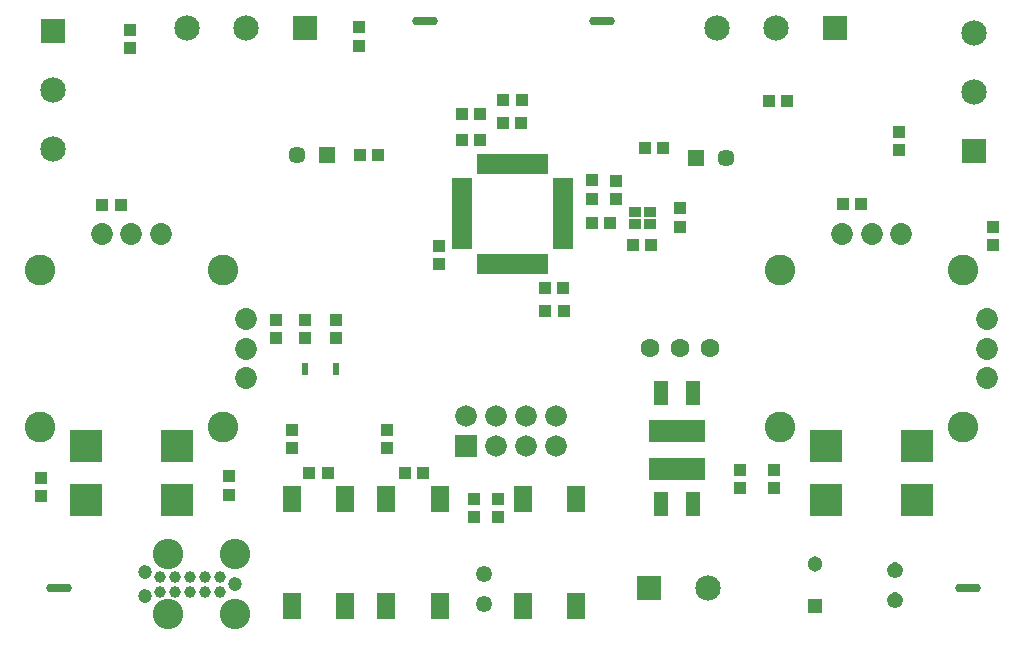
<source format=gts>
G04*
G04 #@! TF.GenerationSoftware,Altium Limited,Altium Designer,24.2.2 (26)*
G04*
G04 Layer_Color=8388736*
%FSLAX25Y25*%
%MOIN*%
G70*
G04*
G04 #@! TF.SameCoordinates,AF2FB041-FD52-4B01-B4D8-7A83CE53158D*
G04*
G04*
G04 #@! TF.FilePolarity,Negative*
G04*
G01*
G75*
%ADD27C,0.02700*%
%ADD28R,0.06607X0.01981*%
%ADD29R,0.01981X0.06607*%
%ADD30R,0.03898X0.04202*%
%ADD31R,0.04202X0.03898*%
%ADD32R,0.03950X0.03556*%
%ADD33R,0.06312X0.09068*%
%ADD34R,0.02375X0.01883*%
%ADD35C,0.03900*%
%ADD36R,0.05131X0.07965*%
%ADD37R,0.18517X0.07690*%
%ADD38R,0.07200X0.07200*%
%ADD39C,0.07200*%
%ADD40C,0.10249*%
%ADD41R,0.10721X0.10721*%
%ADD42C,0.07296*%
%ADD43C,0.04700*%
%ADD44C,0.10150*%
%ADD45C,0.06312*%
%ADD46C,0.05131*%
%ADD47R,0.05131X0.05131*%
%ADD48C,0.08477*%
%ADD49R,0.08477X0.08477*%
%ADD50O,0.08595X0.02887*%
%ADD51R,0.08477X0.08477*%
%ADD52C,0.05709*%
%ADD53R,0.05709X0.05709*%
D27*
X516311Y165197D02*
X515915Y166151D01*
X514961Y166547D01*
X514006Y166151D01*
X513611Y165197D01*
X514006Y164242D01*
X514961Y163847D01*
X515915Y164242D01*
X516311Y165197D01*
Y175197D02*
X515915Y176151D01*
X514961Y176547D01*
X514006Y176151D01*
X513611Y175197D01*
X514006Y174242D01*
X514961Y173847D01*
X515915Y174242D01*
X516311Y175197D01*
X379303Y164016D02*
X378907Y164970D01*
X377953Y165366D01*
X376998Y164970D01*
X376603Y164016D01*
X376998Y163061D01*
X377953Y162666D01*
X378907Y163061D01*
X379303Y164016D01*
Y174016D02*
X378907Y174970D01*
X377953Y175366D01*
X376998Y174970D01*
X376603Y174016D01*
X376998Y173061D01*
X377953Y172666D01*
X378907Y173061D01*
X379303Y174016D01*
D28*
X404189Y283280D02*
D03*
Y285248D02*
D03*
Y287217D02*
D03*
Y289185D02*
D03*
Y291154D02*
D03*
Y293122D02*
D03*
Y295091D02*
D03*
Y297059D02*
D03*
Y299028D02*
D03*
Y300996D02*
D03*
Y302965D02*
D03*
Y304933D02*
D03*
X370819D02*
D03*
Y302965D02*
D03*
Y300996D02*
D03*
Y299028D02*
D03*
Y297059D02*
D03*
Y295091D02*
D03*
Y293122D02*
D03*
Y291154D02*
D03*
Y289185D02*
D03*
Y287217D02*
D03*
Y285248D02*
D03*
Y283280D02*
D03*
D29*
X398331Y310792D02*
D03*
X396362D02*
D03*
X394394D02*
D03*
X392425D02*
D03*
X390457D02*
D03*
X388488D02*
D03*
X386520D02*
D03*
X384551D02*
D03*
X382583D02*
D03*
X380614D02*
D03*
X378646D02*
D03*
X376677D02*
D03*
Y277422D02*
D03*
X378646D02*
D03*
X380614D02*
D03*
X382583D02*
D03*
X384551D02*
D03*
X386520D02*
D03*
X388488D02*
D03*
X390457D02*
D03*
X392425D02*
D03*
X394394D02*
D03*
X396362D02*
D03*
X398331D02*
D03*
D30*
X384362Y324409D02*
D03*
X390464D02*
D03*
X390551Y331890D02*
D03*
X384449D02*
D03*
X404524Y261500D02*
D03*
X398422D02*
D03*
X376690Y327321D02*
D03*
X370588D02*
D03*
X376636Y318690D02*
D03*
X370533D02*
D03*
X398390Y269402D02*
D03*
X404492D02*
D03*
X433811Y283730D02*
D03*
X427709D02*
D03*
X413908Y290930D02*
D03*
X420011D02*
D03*
X351546Y207530D02*
D03*
X357649D02*
D03*
X319804Y207776D02*
D03*
X325906D02*
D03*
X342763Y313774D02*
D03*
X336660D02*
D03*
X250787Y296850D02*
D03*
X256890D02*
D03*
X497507Y297350D02*
D03*
X503609D02*
D03*
X479160Y331773D02*
D03*
X473058D02*
D03*
X431595Y316142D02*
D03*
X437697D02*
D03*
D31*
X374511Y193030D02*
D03*
Y199132D02*
D03*
X382558D02*
D03*
Y193030D02*
D03*
X422078Y298968D02*
D03*
Y305071D02*
D03*
X414072Y299098D02*
D03*
Y305200D02*
D03*
X362968Y283372D02*
D03*
Y277270D02*
D03*
X443456Y295826D02*
D03*
Y289723D02*
D03*
X314030Y222114D02*
D03*
Y216012D02*
D03*
X345526Y222114D02*
D03*
Y216012D02*
D03*
X318484Y258634D02*
D03*
Y252532D02*
D03*
X328813Y258634D02*
D03*
Y252532D02*
D03*
X292912Y200402D02*
D03*
Y206504D02*
D03*
X230266Y206154D02*
D03*
Y200051D02*
D03*
X308801Y258634D02*
D03*
Y252532D02*
D03*
X547611Y283561D02*
D03*
Y289663D02*
D03*
X463234Y202493D02*
D03*
Y208595D02*
D03*
X474696D02*
D03*
Y202493D02*
D03*
X516180Y315235D02*
D03*
Y321338D02*
D03*
X259842Y355413D02*
D03*
Y349311D02*
D03*
X336221Y356201D02*
D03*
Y350098D02*
D03*
D32*
X433319Y294743D02*
D03*
X428201D02*
D03*
Y290806D02*
D03*
X433319D02*
D03*
D33*
X363189Y199016D02*
D03*
Y163189D02*
D03*
X345472Y199016D02*
D03*
Y163189D02*
D03*
X408715Y199016D02*
D03*
Y163189D02*
D03*
X390998Y199016D02*
D03*
Y163189D02*
D03*
X331693Y199016D02*
D03*
Y163189D02*
D03*
X313976Y199016D02*
D03*
Y163189D02*
D03*
D34*
X328761Y243347D02*
D03*
Y241276D02*
D03*
X318484Y243313D02*
D03*
Y241242D02*
D03*
D35*
X290046Y173020D02*
D03*
X285046D02*
D03*
X280046D02*
D03*
X275046D02*
D03*
X270046D02*
D03*
Y168020D02*
D03*
X275046D02*
D03*
X280046D02*
D03*
X285046D02*
D03*
X290046D02*
D03*
D36*
X447587Y197175D02*
D03*
X436878D02*
D03*
X436915Y234330D02*
D03*
X447624D02*
D03*
D37*
X442176Y221684D02*
D03*
Y208889D02*
D03*
D38*
X372034Y216535D02*
D03*
D39*
X382034D02*
D03*
X392034D02*
D03*
X402034D02*
D03*
X382034Y226535D02*
D03*
X392034D02*
D03*
X402034D02*
D03*
X372034D02*
D03*
D40*
X290945Y222835D02*
D03*
X229921D02*
D03*
Y275197D02*
D03*
X290945D02*
D03*
X537795Y222835D02*
D03*
X476772D02*
D03*
Y275197D02*
D03*
X537795D02*
D03*
D41*
X275590Y198819D02*
D03*
Y216535D02*
D03*
X245276Y198819D02*
D03*
Y216535D02*
D03*
X522441Y198819D02*
D03*
Y216535D02*
D03*
X492126Y198819D02*
D03*
Y216535D02*
D03*
D42*
X250590Y287402D02*
D03*
X260433D02*
D03*
X270276D02*
D03*
X298819Y258858D02*
D03*
Y249016D02*
D03*
Y239173D02*
D03*
X497441Y287402D02*
D03*
X507283D02*
D03*
X517126D02*
D03*
X545669Y258858D02*
D03*
Y249016D02*
D03*
Y239173D02*
D03*
D43*
X295046Y170520D02*
D03*
X265046Y166524D02*
D03*
Y174516D02*
D03*
D44*
X295046Y160520D02*
D03*
X272546D02*
D03*
X295046Y180520D02*
D03*
X272546D02*
D03*
D45*
X433270Y249222D02*
D03*
X443270D02*
D03*
X453270D02*
D03*
D46*
X488189Y177165D02*
D03*
D47*
Y163386D02*
D03*
D48*
X452756Y169291D02*
D03*
X475239Y355906D02*
D03*
X455554D02*
D03*
X541339Y334646D02*
D03*
Y354331D02*
D03*
X234449Y335434D02*
D03*
Y315749D02*
D03*
X298798Y355906D02*
D03*
X279114D02*
D03*
D49*
X433071Y169291D02*
D03*
X494924Y355906D02*
D03*
X318484D02*
D03*
D50*
X539370Y169291D02*
D03*
X236221D02*
D03*
X417323Y358268D02*
D03*
X358268D02*
D03*
D51*
X541339Y314961D02*
D03*
X234449Y355119D02*
D03*
D52*
X458575Y312785D02*
D03*
X315659Y313771D02*
D03*
D53*
X448575Y312785D02*
D03*
X325659Y313771D02*
D03*
M02*

</source>
